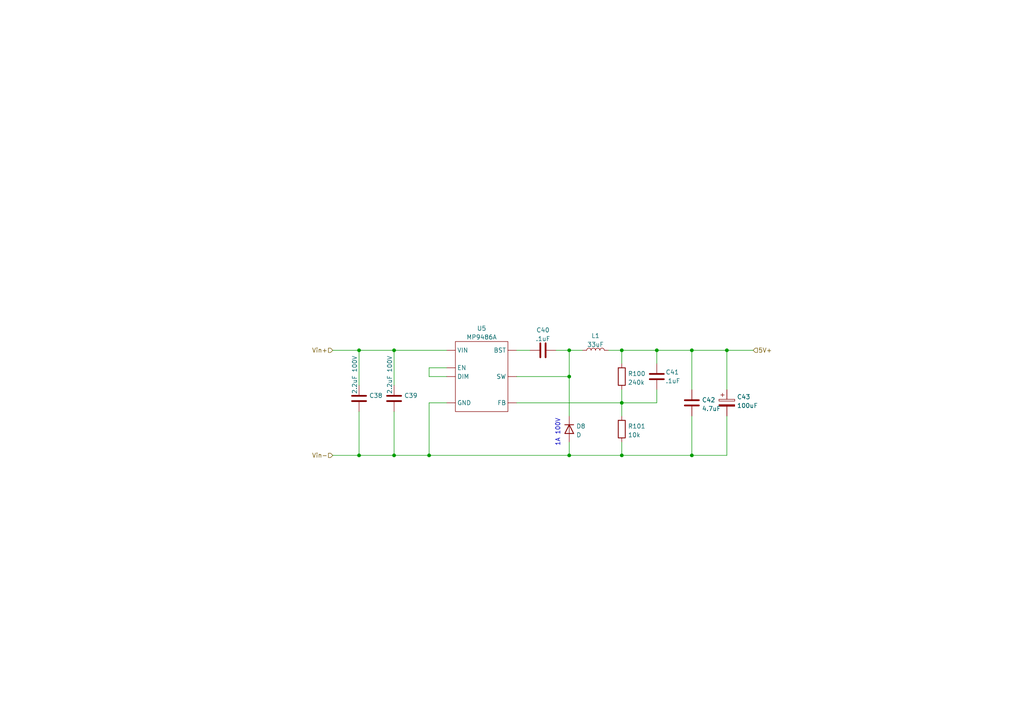
<source format=kicad_sch>
(kicad_sch (version 20211123) (generator eeschema)
  (paper "A4")
  (lib_symbols
    (symbol "Device:C" (pin_numbers hide) (pin_names (offset 0.254))
      (property "Reference" "C" (at 0.635 2.54 0))
      (property "Value" "C" (at 0.635 -2.54 0))
      (symbol "C_0_1"
        (polyline (pts (xy -2.032 -0.762) (xy 2.032 -0.762)) (stroke (width 0.508)))
        (polyline (pts (xy -2.032 0.762) (xy 2.032 0.762)) (stroke (width 0.508)))
      )
      (symbol "C_1_1"
        (pin passive line (at 0 3.81 270) (length 2.794) (name "~") (number "1"))
        (pin passive line (at 0 -3.81 90) (length 2.794) (name "~") (number "2"))
      )
    )
    (symbol "Device:C_Polarized" (pin_numbers hide) (pin_names (offset 0.254))
      (property "Reference" "C" (at 0.635 2.54 0))
      (property "Value" "C_Polarized" (at 0.635 -2.54 0))
      (symbol "C_Polarized_0_1"
        (rectangle (start -2.286 0.508) (end 2.286 1.016))
        (polyline (pts (xy -1.778 2.286) (xy -0.762 2.286)))
        (polyline (pts (xy -1.27 2.794) (xy -1.27 1.778)))
        (rectangle (start 2.286 -0.508) (end -2.286 -1.016) (fill (type outline)))
      )
      (symbol "C_Polarized_1_1"
        (pin passive line (at 0 3.81 270) (length 2.794) (name "~") (number "1"))
        (pin passive line (at 0 -3.81 90) (length 2.794) (name "~") (number "2"))
      )
    )
    (symbol "Device:D" (pin_numbers hide) (pin_names (offset 1.016) hide)
      (property "Reference" "D" (at 0 2.54 0))
      (property "Value" "D" (at 0 -2.54 0))
      (symbol "D_0_1"
        (polyline (pts (xy -1.27 1.27) (xy -1.27 -1.27)) (stroke (width 0.254)))
        (polyline (pts (xy 1.27 0) (xy -1.27 0)))
        (polyline (pts (xy 1.27 1.27) (xy 1.27 -1.27) (xy -1.27 0) (xy 1.27 1.27)) (stroke (width 0.254)))
      )
      (symbol "D_1_1"
        (pin passive line (at -3.81 0 0) (length 2.54) (name "K") (number "1"))
        (pin passive line (at 3.81 0 180) (length 2.54) (name "A") (number "2"))
      )
    )
    (symbol "Device:L" (pin_numbers hide) (pin_names (offset 1.016) hide)
      (property "Reference" "L" (at -1.27 0 90))
      (property "Value" "L" (at 1.905 0 90))
      (symbol "L_0_1"
        (arc (start 0 -2.54) (mid 0.635 -1.905) (end 0 -1.27))
        (arc (start 0 -1.27) (mid 0.635 -0.635) (end 0 0))
        (arc (start 0 0) (mid 0.635 0.635) (end 0 1.27))
        (arc (start 0 1.27) (mid 0.635 1.905) (end 0 2.54))
      )
      (symbol "L_1_1"
        (pin passive line (at 0 3.81 270) (length 1.27) (name "1") (number "1"))
        (pin passive line (at 0 -3.81 90) (length 1.27) (name "2") (number "2"))
      )
    )
    (symbol "Device:R" (pin_numbers hide) (pin_names (offset 0))
      (property "Reference" "R" (at 2.032 0 90))
      (property "Value" "R" (at 0 0 90))
      (symbol "R_0_1"
        (rectangle (start -1.016 -2.54) (end 1.016 2.54) (stroke (width 0.254)))
      )
      (symbol "R_1_1"
        (pin passive line (at 0 3.81 270) (length 1.27) (name "~") (number "1"))
        (pin passive line (at 0 -3.81 90) (length 1.27) (name "~") (number "2"))
      )
    )
    (symbol "MP9486A:MP9486A"
      (property "Reference" "U" (at 0 11.43 0))
      (property "Value" "MP9486A" (at 0 8.89 0))
      (symbol "MP9486A_0_1"
        (rectangle (start -7.62 7.62) (end 7.62 -12.7) (stroke (width 0.1524)))
      )
      (symbol "MP9486A_1_1"
        (pin input line (at 10.16 5.08 180) (length 2.54) (name "BST") (number ""))
        (pin input line (at -10.16 -2.54 0) (length 2.54) (name "DIM") (number ""))
        (pin input line (at -10.16 0 0) (length 2.54) (name "EN") (number ""))
        (pin input line (at 10.16 -10.16 180) (length 2.54) (name "FB") (number ""))
        (pin input line (at -10.16 -10.16 0) (length 2.54) (name "GND") (number ""))
        (pin input line (at 10.16 -2.54 180) (length 2.54) (name "SW") (number ""))
        (pin input line (at -10.16 5.08 0) (length 2.54) (name "VIN") (number ""))
      )
    )
  )
  (junction (at 114.3 101.6))
  (junction (at 180.34 101.6))
  (junction (at 124.46 132.08))
  (junction (at 200.66 132.08))
  (junction (at 165.1 109.22))
  (junction (at 210.82 101.6))
  (junction (at 165.1 132.08))
  (junction (at 190.5 101.6))
  (junction (at 104.14 132.08))
  (junction (at 180.34 116.84))
  (junction (at 165.1 101.6))
  (junction (at 200.66 101.6))
  (junction (at 180.34 132.08))
  (junction (at 104.14 101.6))
  (junction (at 114.3 132.08))
  (wire (pts (xy 190.5 116.84) (xy 180.34 116.84)))
  (wire (pts (xy 200.66 101.6) (xy 200.66 113.03)))
  (wire (pts (xy 124.46 132.08) (xy 165.1 132.08)))
  (wire (pts (xy 218.44 101.6) (xy 210.82 101.6)))
  (wire (pts (xy 149.86 116.84) (xy 180.34 116.84)))
  (wire (pts (xy 104.14 101.6) (xy 114.3 101.6)))
  (wire (pts (xy 124.46 109.22) (xy 129.54 109.22)))
  (wire (pts (xy 114.3 132.08) (xy 124.46 132.08)))
  (wire (pts (xy 200.66 101.6) (xy 210.82 101.6)))
  (wire (pts (xy 114.3 101.6) (xy 114.3 111.76)))
  (wire (pts (xy 165.1 109.22) (xy 165.1 120.65)))
  (wire (pts (xy 165.1 132.08) (xy 180.34 132.08)))
  (wire (pts (xy 149.86 109.22) (xy 165.1 109.22)))
  (wire (pts (xy 200.66 132.08) (xy 180.34 132.08)))
  (wire (pts (xy 200.66 120.65) (xy 200.66 132.08)))
  (wire (pts (xy 124.46 106.68) (xy 124.46 109.22)))
  (wire (pts (xy 190.5 101.6) (xy 200.66 101.6)))
  (wire (pts (xy 180.34 101.6) (xy 190.5 101.6)))
  (wire (pts (xy 176.53 101.6) (xy 180.34 101.6)))
  (wire (pts (xy 104.14 101.6) (xy 104.14 111.76)))
  (wire (pts (xy 180.34 105.41) (xy 180.34 101.6)))
  (wire (pts (xy 190.5 105.41) (xy 190.5 101.6)))
  (wire (pts (xy 96.52 101.6) (xy 104.14 101.6)))
  (wire (pts (xy 161.29 101.6) (xy 165.1 101.6)))
  (wire (pts (xy 114.3 132.08) (xy 114.3 119.38)))
  (wire (pts (xy 180.34 120.65) (xy 180.34 116.84)))
  (wire (pts (xy 129.54 116.84) (xy 124.46 116.84)))
  (wire (pts (xy 190.5 113.03) (xy 190.5 116.84)))
  (wire (pts (xy 114.3 101.6) (xy 129.54 101.6)))
  (wire (pts (xy 180.34 116.84) (xy 180.34 113.03)))
  (wire (pts (xy 210.82 120.65) (xy 210.82 132.08)))
  (wire (pts (xy 114.3 132.08) (xy 104.14 132.08)))
  (wire (pts (xy 129.54 106.68) (xy 124.46 106.68)))
  (wire (pts (xy 165.1 101.6) (xy 168.91 101.6)))
  (wire (pts (xy 104.14 132.08) (xy 104.14 119.38)))
  (wire (pts (xy 165.1 132.08) (xy 165.1 128.27)))
  (wire (pts (xy 180.34 128.27) (xy 180.34 132.08)))
  (wire (pts (xy 210.82 132.08) (xy 200.66 132.08)))
  (wire (pts (xy 124.46 116.84) (xy 124.46 132.08)))
  (wire (pts (xy 96.52 132.08) (xy 104.14 132.08)))
  (wire (pts (xy 165.1 101.6) (xy 165.1 109.22)))
  (wire (pts (xy 210.82 101.6) (xy 210.82 113.03)))
  (wire (pts (xy 149.86 101.6) (xy 153.67 101.6)))
  (text "1A 100V" (at 162.56 129.54 90) (effects (font (size 1.27 1.27)) (justify left bottom)))
  (hierarchical_label "Vin-" (shape input) (at 96.52 132.08 180))
  (hierarchical_label "5V+" (shape input) (at 218.44 101.6 0))
  (hierarchical_label "Vin+" (shape input) (at 96.52 101.6 180))
  (symbol (lib_id "Device:C") (at 200.66 116.84 180) (unit 1)
    (property "Reference" "C42" (at 203.581 116.0053 0) (effects (justify right)))
    (property "Value" "4.7uF" (at 203.581 118.5422 0) (effects (justify right)))
  )
  (symbol (lib_id "Device:C_Polarized") (at 210.82 116.84 0) (unit 1)
    (property "Reference" "C43" (at 213.741 115.1163 0) (effects (justify left)))
    (property "Value" "100uF" (at 213.741 117.6532 0) (effects (justify left)))
  )
  (symbol (lib_id "Device:C") (at 114.3 115.57 0) (unit 1)
    (property "Reference" "C39" (at 117.221 114.7353 0) (effects (justify left)))
    (property "Value" "2.2uF 100V" (at 113.03 114.3 90) (effects (justify left)))
  )
  (symbol (lib_id "Device:C") (at 190.5 109.22 180) (unit 1)
    (property "Reference" "C41" (at 193.04 107.9531 0) (effects (justify right)))
    (property "Value" ".1uF" (at 193.04 110.49 0) (effects (justify right)))
  )
  (symbol (lib_id "Device:D") (at 165.1 124.46 270) (unit 1)
    (property "Reference" "D8" (at 167.132 123.6253 90) (effects (justify left)))
    (property "Value" "D" (at 167.132 126.1622 90) (effects (justify left)))
  )
  (symbol (lib_id "Device:L") (at 172.72 101.6 90) (unit 1)
    (property "Reference" "L1" (at 172.72 97.3922 90))
    (property "Value" "33uF" (at 172.72 99.9291 90))
  )
  (symbol (lib_id "Device:C") (at 157.48 101.6 90) (unit 1)
    (property "Reference" "C40" (at 157.48 95.7412 90))
    (property "Value" ".1uF" (at 157.48 98.2781 90))
  )
  (symbol (lib_id "MP9486A:MP9486A") (at 139.7 106.68 0) (unit 1)
    (property "Reference" "U5" (at 139.7 95.25 0))
    (property "Value" "MP9486A" (at 139.7 97.7869 0))
  )
  (symbol (lib_id "Device:R") (at 180.34 124.46 0) (unit 1)
    (property "Reference" "R101" (at 182.118 123.6253 0) (effects (justify left)))
    (property "Value" "10k" (at 182.118 126.1622 0) (effects (justify left)))
  )
  (symbol (lib_id "Device:C") (at 104.14 115.57 0) (unit 1)
    (property "Reference" "C38" (at 107.061 114.7353 0) (effects (justify left)))
    (property "Value" "2.2uF 100V" (at 102.87 114.3 90) (effects (justify left)))
  )
  (symbol (lib_id "Device:R") (at 180.34 109.22 0) (unit 1)
    (property "Reference" "R100" (at 182.118 108.3853 0) (effects (justify left)))
    (property "Value" "240k" (at 182.118 110.9222 0) (effects (justify left)))
  )
)
</source>
